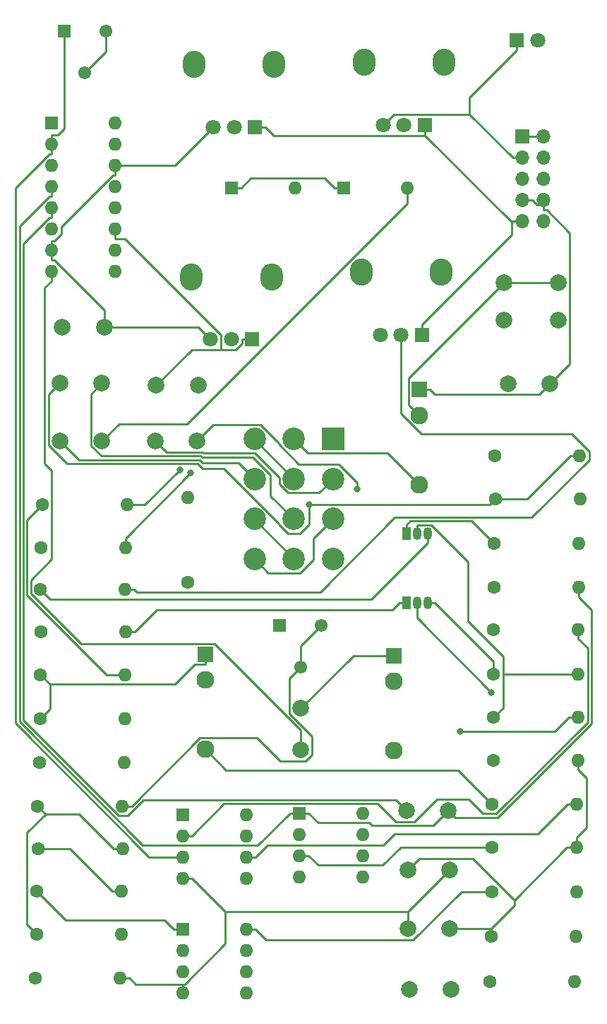
<source format=gbr>
%TF.GenerationSoftware,KiCad,Pcbnew,5.1.7*%
%TF.CreationDate,2020-11-08T18:28:21+01:00*%
%TF.ProjectId,AS3310-ADSR,41533333-3130-42d4-9144-53522e6b6963,rev?*%
%TF.SameCoordinates,Original*%
%TF.FileFunction,Copper,L2,Bot*%
%TF.FilePolarity,Positive*%
%FSLAX46Y46*%
G04 Gerber Fmt 4.6, Leading zero omitted, Abs format (unit mm)*
G04 Created by KiCad (PCBNEW 5.1.7) date 2020-11-08 18:28:21*
%MOMM*%
%LPD*%
G01*
G04 APERTURE LIST*
%TA.AperFunction,ComponentPad*%
%ADD10C,2.130000*%
%TD*%
%TA.AperFunction,ComponentPad*%
%ADD11R,1.930000X1.830000*%
%TD*%
%TA.AperFunction,ComponentPad*%
%ADD12C,2.700000*%
%TD*%
%TA.AperFunction,ComponentPad*%
%ADD13R,2.700000X2.700000*%
%TD*%
%TA.AperFunction,ComponentPad*%
%ADD14C,1.600000*%
%TD*%
%TA.AperFunction,ComponentPad*%
%ADD15O,1.600000X1.600000*%
%TD*%
%TA.AperFunction,ComponentPad*%
%ADD16C,1.800000*%
%TD*%
%TA.AperFunction,ComponentPad*%
%ADD17R,1.800000X1.800000*%
%TD*%
%TA.AperFunction,ComponentPad*%
%ADD18R,1.600000X1.600000*%
%TD*%
%TA.AperFunction,ComponentPad*%
%ADD19C,2.000000*%
%TD*%
%TA.AperFunction,ComponentPad*%
%ADD20C,1.550000*%
%TD*%
%TA.AperFunction,ComponentPad*%
%ADD21R,1.550000X1.550000*%
%TD*%
%TA.AperFunction,ComponentPad*%
%ADD22O,2.720000X3.240000*%
%TD*%
%TA.AperFunction,ComponentPad*%
%ADD23R,1.050000X1.500000*%
%TD*%
%TA.AperFunction,ComponentPad*%
%ADD24O,1.050000X1.500000*%
%TD*%
%TA.AperFunction,ComponentPad*%
%ADD25O,1.700000X1.700000*%
%TD*%
%TA.AperFunction,ComponentPad*%
%ADD26R,1.700000X1.700000*%
%TD*%
%TA.AperFunction,ViaPad*%
%ADD27C,0.800000*%
%TD*%
%TA.AperFunction,Conductor*%
%ADD28C,0.250000*%
%TD*%
G04 APERTURE END LIST*
D10*
%TO.P,J3,T*%
%TO.N,Net-(J3-PadT)*%
X105180000Y-128320000D03*
D11*
%TO.P,J3,S*%
%TO.N,GND*%
X105180000Y-116920000D03*
D10*
%TO.P,J3,TN*%
%TO.N,N/C*%
X105180000Y-120020000D03*
%TD*%
D12*
%TO.P,S1,10*%
%TO.N,N/C*%
X120510000Y-105510000D03*
%TO.P,S1,7*%
%TO.N,/OUT4*%
X120510000Y-100710000D03*
D13*
%TO.P,S1,1*%
%TO.N,/OUT3*%
X120510000Y-91110000D03*
D12*
%TO.P,S1,4*%
%TO.N,/OUT2*%
X120510000Y-95910000D03*
%TO.P,S1,12*%
%TO.N,/OUT4*%
X111110000Y-105510000D03*
%TO.P,S1,9*%
%TO.N,Net-(S1-Pad11)*%
X111110000Y-100710000D03*
%TO.P,S1,3*%
%TO.N,Net-(S1-Pad3)*%
X111110000Y-91110000D03*
%TO.P,S1,6*%
%TO.N,/OUT1*%
X111110000Y-95910000D03*
%TO.P,S1,11*%
%TO.N,Net-(S1-Pad11)*%
X115810000Y-105510000D03*
%TO.P,S1,8*%
%TO.N,/IN2*%
X115810000Y-100710000D03*
%TO.P,S1,2*%
%TO.N,/IN1*%
X115810000Y-91110000D03*
%TO.P,S1,5*%
%TO.N,Net-(S1-Pad3)*%
X115810000Y-95910000D03*
%TD*%
D14*
%TO.P,R26,1*%
%TO.N,Net-(D3-Pad2)*%
X139370000Y-156140000D03*
D15*
%TO.P,R26,2*%
%TO.N,+12V*%
X149530000Y-156140000D03*
%TD*%
D16*
%TO.P,D3,2*%
%TO.N,Net-(D3-Pad2)*%
X145090000Y-43350000D03*
D17*
%TO.P,D3,1*%
%TO.N,GND*%
X142550000Y-43350000D03*
%TD*%
D15*
%TO.P,U4,8*%
%TO.N,N/C*%
X110100000Y-136130000D03*
%TO.P,U4,4*%
%TO.N,-12V*%
X102480000Y-143750000D03*
%TO.P,U4,7*%
%TO.N,+12V*%
X110100000Y-138670000D03*
%TO.P,U4,3*%
%TO.N,/ENVOUT*%
X102480000Y-141210000D03*
%TO.P,U4,6*%
%TO.N,Net-(R18-Pad1)*%
X110100000Y-141210000D03*
%TO.P,U4,2*%
%TO.N,Net-(R16-Pad2)*%
X102480000Y-138670000D03*
%TO.P,U4,5*%
%TO.N,N/C*%
X110100000Y-143750000D03*
D18*
%TO.P,U4,1*%
X102480000Y-136130000D03*
%TD*%
D15*
%TO.P,U3,8*%
%TO.N,N/C*%
X124090000Y-135970000D03*
%TO.P,U3,4*%
X116470000Y-143590000D03*
%TO.P,U3,7*%
X124090000Y-138510000D03*
%TO.P,U3,3*%
%TO.N,/OUT2*%
X116470000Y-141050000D03*
%TO.P,U3,6*%
%TO.N,N/C*%
X124090000Y-141050000D03*
%TO.P,U3,2*%
%TO.N,Net-(C5-Pad1)*%
X116470000Y-138510000D03*
%TO.P,U3,5*%
%TO.N,N/C*%
X124090000Y-143590000D03*
D18*
%TO.P,U3,1*%
%TO.N,/GATE*%
X116470000Y-135970000D03*
%TD*%
D15*
%TO.P,U2,16*%
%TO.N,N/C*%
X94400000Y-53300000D03*
%TO.P,U2,8*%
%TO.N,Net-(C1-Pad1)*%
X86780000Y-71080000D03*
%TO.P,U2,15*%
%TO.N,/ATTACK*%
X94400000Y-55840000D03*
%TO.P,U2,7*%
%TO.N,GND*%
X86780000Y-68540000D03*
%TO.P,U2,14*%
X94400000Y-58380000D03*
%TO.P,U2,6*%
%TO.N,Net-(R12-Pad1)*%
X86780000Y-66000000D03*
%TO.P,U2,13*%
%TO.N,/RELEASE*%
X94400000Y-60920000D03*
%TO.P,U2,5*%
%TO.N,/TRIG*%
X86780000Y-63460000D03*
%TO.P,U2,12*%
%TO.N,/DECAY*%
X94400000Y-63460000D03*
%TO.P,U2,4*%
%TO.N,/GATE*%
X86780000Y-60920000D03*
%TO.P,U2,11*%
%TO.N,+12V*%
X94400000Y-66000000D03*
%TO.P,U2,3*%
%TO.N,N/C*%
X86780000Y-58380000D03*
%TO.P,U2,10*%
%TO.N,/IIN*%
X94400000Y-68540000D03*
%TO.P,U2,2*%
%TO.N,/ENVOUT*%
X86780000Y-55840000D03*
%TO.P,U2,9*%
%TO.N,/SUSTAIN*%
X94400000Y-71080000D03*
D18*
%TO.P,U2,1*%
%TO.N,Net-(C3-Pad1)*%
X86780000Y-53300000D03*
%TD*%
D15*
%TO.P,U1,8*%
%TO.N,+12V*%
X110140000Y-149880000D03*
%TO.P,U1,4*%
%TO.N,-12V*%
X102520000Y-157500000D03*
%TO.P,U1,7*%
%TO.N,N/C*%
X110140000Y-152420000D03*
%TO.P,U1,3*%
%TO.N,Net-(R10-Pad2)*%
X102520000Y-154960000D03*
%TO.P,U1,6*%
%TO.N,N/C*%
X110140000Y-154960000D03*
%TO.P,U1,2*%
%TO.N,/ENVOUT*%
X102520000Y-152420000D03*
%TO.P,U1,5*%
%TO.N,N/C*%
X110140000Y-157500000D03*
D18*
%TO.P,U1,1*%
%TO.N,/OUT4*%
X102520000Y-149880000D03*
%TD*%
D19*
%TO.P,SW2,1*%
%TO.N,Net-(J4-PadTN)*%
X141060000Y-72400000D03*
%TO.P,SW2,2*%
%TO.N,+12V*%
X141060000Y-76900000D03*
%TO.P,SW2,1*%
%TO.N,Net-(J4-PadTN)*%
X147560000Y-72400000D03*
%TO.P,SW2,2*%
%TO.N,+12V*%
X147560000Y-76900000D03*
%TD*%
D20*
%TO.P,RV6,2*%
%TO.N,Net-(R13-Pad2)*%
X90750000Y-47230000D03*
D21*
%TO.P,RV6,1*%
%TO.N,/ENVOUT*%
X88250000Y-42230000D03*
D20*
%TO.P,RV6,3*%
%TO.N,Net-(R13-Pad2)*%
X93250000Y-42230000D03*
%TD*%
%TO.P,RV5,2*%
%TO.N,Net-(R8-Pad2)*%
X116630000Y-118450000D03*
D21*
%TO.P,RV5,1*%
%TO.N,Net-(RV1-Pad2)*%
X114130000Y-113450000D03*
D20*
%TO.P,RV5,3*%
%TO.N,Net-(R8-Pad2)*%
X119130000Y-113450000D03*
%TD*%
D22*
%TO.P,RV4,*%
%TO.N,*%
X133510000Y-71130000D03*
X123910000Y-71130000D03*
D16*
%TO.P,RV4,3*%
%TO.N,GND*%
X126210000Y-78630000D03*
%TO.P,RV4,2*%
%TO.N,Net-(R3-Pad2)*%
X128710000Y-78630000D03*
D17*
%TO.P,RV4,1*%
%TO.N,-12V*%
X131210000Y-78630000D03*
%TD*%
D22*
%TO.P,RV3,*%
%TO.N,*%
X133840000Y-46030000D03*
X124240000Y-46030000D03*
D16*
%TO.P,RV3,3*%
%TO.N,GND*%
X126540000Y-53530000D03*
%TO.P,RV3,2*%
%TO.N,Net-(R2-Pad2)*%
X129040000Y-53530000D03*
D17*
%TO.P,RV3,1*%
%TO.N,-12V*%
X131540000Y-53530000D03*
%TD*%
D22*
%TO.P,RV2,*%
%TO.N,*%
X113470000Y-46250000D03*
X103870000Y-46250000D03*
D16*
%TO.P,RV2,3*%
%TO.N,GND*%
X106170000Y-53750000D03*
%TO.P,RV2,2*%
%TO.N,Net-(R1-Pad2)*%
X108670000Y-53750000D03*
D17*
%TO.P,RV2,1*%
%TO.N,-12V*%
X111170000Y-53750000D03*
%TD*%
D22*
%TO.P,RV1,*%
%TO.N,*%
X113140000Y-71690000D03*
X103540000Y-71690000D03*
D16*
%TO.P,RV1,3*%
%TO.N,GND*%
X105840000Y-79190000D03*
%TO.P,RV1,2*%
%TO.N,Net-(RV1-Pad2)*%
X108340000Y-79190000D03*
D17*
%TO.P,RV1,1*%
%TO.N,+12V*%
X110840000Y-79190000D03*
%TD*%
D14*
%TO.P,R25,1*%
%TO.N,GND*%
X139470000Y-150690000D03*
D15*
%TO.P,R25,2*%
%TO.N,Net-(J4-PadTN)*%
X149630000Y-150690000D03*
%TD*%
D14*
%TO.P,R24,1*%
%TO.N,+12V*%
X139630000Y-145350000D03*
D15*
%TO.P,R24,2*%
%TO.N,/OUT3*%
X149790000Y-145350000D03*
%TD*%
D14*
%TO.P,R23,1*%
%TO.N,/OUT2*%
X139570000Y-140020000D03*
D15*
%TO.P,R23,2*%
%TO.N,GND*%
X149730000Y-140020000D03*
%TD*%
D14*
%TO.P,R22,1*%
%TO.N,Net-(J3-PadT)*%
X139620000Y-134890000D03*
D15*
%TO.P,R22,2*%
%TO.N,Net-(R18-Pad1)*%
X149780000Y-134890000D03*
%TD*%
D14*
%TO.P,R21,1*%
%TO.N,Net-(C6-Pad2)*%
X139780000Y-129630000D03*
D15*
%TO.P,R21,2*%
%TO.N,GND*%
X149940000Y-129630000D03*
%TD*%
D14*
%TO.P,R20,1*%
%TO.N,Net-(Q1-Pad2)*%
X139780000Y-124490000D03*
D15*
%TO.P,R20,2*%
%TO.N,-12V*%
X149940000Y-124490000D03*
%TD*%
D14*
%TO.P,R19,1*%
%TO.N,Net-(C7-Pad2)*%
X139780000Y-119300000D03*
D15*
%TO.P,R19,2*%
%TO.N,Net-(Q1-Pad2)*%
X149940000Y-119300000D03*
%TD*%
D14*
%TO.P,R18,1*%
%TO.N,Net-(R18-Pad1)*%
X139780000Y-113940000D03*
D15*
%TO.P,R18,2*%
%TO.N,Net-(R16-Pad2)*%
X149940000Y-113940000D03*
%TD*%
D14*
%TO.P,R17,1*%
%TO.N,/OUT2*%
X139870000Y-108940000D03*
D15*
%TO.P,R17,2*%
%TO.N,/GATE*%
X150030000Y-108940000D03*
%TD*%
D14*
%TO.P,R16,1*%
%TO.N,GND*%
X139870000Y-103660000D03*
D15*
%TO.P,R16,2*%
%TO.N,Net-(R16-Pad2)*%
X150030000Y-103660000D03*
%TD*%
D14*
%TO.P,R15,1*%
%TO.N,Net-(C5-Pad1)*%
X140000000Y-98310000D03*
D15*
%TO.P,R15,2*%
%TO.N,GND*%
X150160000Y-98310000D03*
%TD*%
D14*
%TO.P,R14,1*%
%TO.N,+12V*%
X139960000Y-93120000D03*
D15*
%TO.P,R14,2*%
%TO.N,Net-(C5-Pad1)*%
X150120000Y-93120000D03*
%TD*%
D14*
%TO.P,R13,1*%
%TO.N,/IIN*%
X103110000Y-108310000D03*
D15*
%TO.P,R13,2*%
%TO.N,Net-(R13-Pad2)*%
X103110000Y-98150000D03*
%TD*%
D14*
%TO.P,R12,1*%
%TO.N,Net-(R12-Pad1)*%
X84830000Y-155750000D03*
D15*
%TO.P,R12,2*%
%TO.N,-12V*%
X94990000Y-155750000D03*
%TD*%
D14*
%TO.P,R11,1*%
%TO.N,/SUSTAIN*%
X85020000Y-150510000D03*
D15*
%TO.P,R11,2*%
%TO.N,GND*%
X95180000Y-150510000D03*
%TD*%
D14*
%TO.P,R10,1*%
%TO.N,/OUT4*%
X85020000Y-145300000D03*
D15*
%TO.P,R10,2*%
%TO.N,Net-(R10-Pad2)*%
X95180000Y-145300000D03*
%TD*%
D14*
%TO.P,R9,1*%
%TO.N,Net-(R10-Pad2)*%
X85150000Y-140210000D03*
D15*
%TO.P,R9,2*%
%TO.N,/SUSTAIN*%
X95310000Y-140210000D03*
%TD*%
D14*
%TO.P,R8,1*%
%TO.N,/SUSTAIN*%
X85090000Y-135110000D03*
D15*
%TO.P,R8,2*%
%TO.N,Net-(R8-Pad2)*%
X95250000Y-135110000D03*
%TD*%
D14*
%TO.P,R7,1*%
%TO.N,GND*%
X85280000Y-129910000D03*
D15*
%TO.P,R7,2*%
%TO.N,/RELEASE*%
X95440000Y-129910000D03*
%TD*%
D14*
%TO.P,R6,1*%
%TO.N,GND*%
X85400000Y-124620000D03*
D15*
%TO.P,R6,2*%
%TO.N,/DECAY*%
X95560000Y-124620000D03*
%TD*%
D14*
%TO.P,R5,1*%
%TO.N,GND*%
X85440000Y-119390000D03*
D15*
%TO.P,R5,2*%
%TO.N,/ATTACK*%
X95600000Y-119390000D03*
%TD*%
D14*
%TO.P,R4,1*%
%TO.N,Net-(R10-Pad2)*%
X85470000Y-114240000D03*
D15*
%TO.P,R4,2*%
%TO.N,+12V*%
X95630000Y-114240000D03*
%TD*%
D14*
%TO.P,R3,1*%
%TO.N,/RELEASE*%
X85400000Y-109180000D03*
D15*
%TO.P,R3,2*%
%TO.N,Net-(R3-Pad2)*%
X95560000Y-109180000D03*
%TD*%
D14*
%TO.P,R2,1*%
%TO.N,/DECAY*%
X85480000Y-104170000D03*
D15*
%TO.P,R2,2*%
%TO.N,Net-(R2-Pad2)*%
X95640000Y-104170000D03*
%TD*%
D14*
%TO.P,R1,1*%
%TO.N,/ATTACK*%
X85630000Y-99020000D03*
D15*
%TO.P,R1,2*%
%TO.N,Net-(R1-Pad2)*%
X95790000Y-99020000D03*
%TD*%
D23*
%TO.P,Q2,1*%
%TO.N,+12V*%
X129350000Y-110750000D03*
D24*
%TO.P,Q2,3*%
%TO.N,Net-(C7-Pad2)*%
X131890000Y-110750000D03*
%TO.P,Q2,2*%
%TO.N,/OUT3*%
X130620000Y-110750000D03*
%TD*%
D23*
%TO.P,Q1,1*%
%TO.N,GND*%
X129350000Y-102490000D03*
D24*
%TO.P,Q1,3*%
%TO.N,/RELEASE*%
X131890000Y-102490000D03*
%TO.P,Q1,2*%
%TO.N,Net-(Q1-Pad2)*%
X130620000Y-102490000D03*
%TD*%
D10*
%TO.P,J4,T*%
%TO.N,/IN1*%
X130880000Y-96610000D03*
D11*
%TO.P,J4,S*%
%TO.N,GND*%
X130880000Y-85210000D03*
D10*
%TO.P,J4,TN*%
%TO.N,Net-(J4-PadTN)*%
X130880000Y-88310000D03*
%TD*%
D25*
%TO.P,J2,10*%
%TO.N,-12V*%
X145810000Y-65070000D03*
%TO.P,J2,9*%
X143270000Y-65070000D03*
%TO.P,J2,8*%
%TO.N,GND*%
X145810000Y-62530000D03*
%TO.P,J2,7*%
X143270000Y-62530000D03*
%TO.P,J2,6*%
X145810000Y-59990000D03*
%TO.P,J2,5*%
X143270000Y-59990000D03*
%TO.P,J2,4*%
X145810000Y-57450000D03*
%TO.P,J2,3*%
X143270000Y-57450000D03*
%TO.P,J2,2*%
%TO.N,+12V*%
X145810000Y-54910000D03*
D26*
%TO.P,J2,1*%
X143270000Y-54910000D03*
%TD*%
D10*
%TO.P,J1,T*%
%TO.N,Net-(C4-Pad1)*%
X127800000Y-128480000D03*
D11*
%TO.P,J1,S*%
%TO.N,GND*%
X127800000Y-117080000D03*
D10*
%TO.P,J1,TN*%
%TO.N,N/C*%
X127800000Y-120180000D03*
%TD*%
D15*
%TO.P,D2,2*%
%TO.N,Net-(C6-Pad2)*%
X129460000Y-61090000D03*
D18*
%TO.P,D2,1*%
%TO.N,/OUT2*%
X121840000Y-61090000D03*
%TD*%
D15*
%TO.P,D1,2*%
%TO.N,GND*%
X115990000Y-61020000D03*
D18*
%TO.P,D1,1*%
%TO.N,/OUT2*%
X108370000Y-61020000D03*
%TD*%
D19*
%TO.P,C11,2*%
%TO.N,+12V*%
X141570000Y-84480000D03*
%TO.P,C11,1*%
%TO.N,GND*%
X146570000Y-84480000D03*
%TD*%
%TO.P,C10,2*%
%TO.N,GND*%
X104330000Y-84690000D03*
%TO.P,C10,1*%
%TO.N,+12V*%
X99330000Y-84690000D03*
%TD*%
%TO.P,C9,2*%
%TO.N,-12V*%
X134540000Y-142730000D03*
%TO.P,C9,1*%
%TO.N,GND*%
X129540000Y-142730000D03*
%TD*%
%TO.P,C8,2*%
%TO.N,GND*%
X134540000Y-149800000D03*
%TO.P,C8,1*%
%TO.N,-12V*%
X129540000Y-149800000D03*
%TD*%
%TO.P,C7,2*%
%TO.N,Net-(C7-Pad2)*%
X104190000Y-91370000D03*
%TO.P,C7,1*%
%TO.N,/OUT2*%
X99190000Y-91370000D03*
%TD*%
%TO.P,C6,2*%
%TO.N,Net-(C6-Pad2)*%
X92810000Y-91370000D03*
%TO.P,C6,1*%
%TO.N,/OUT1*%
X87810000Y-91370000D03*
%TD*%
%TO.P,C5,2*%
%TO.N,/IN2*%
X92810000Y-84430000D03*
%TO.P,C5,1*%
%TO.N,Net-(C5-Pad1)*%
X87810000Y-84430000D03*
%TD*%
%TO.P,C4,2*%
%TO.N,/TRIG*%
X134680000Y-157050000D03*
%TO.P,C4,1*%
%TO.N,Net-(C4-Pad1)*%
X129680000Y-157050000D03*
%TD*%
%TO.P,C3,2*%
%TO.N,GND*%
X93070000Y-77750000D03*
%TO.P,C3,1*%
%TO.N,Net-(C3-Pad1)*%
X88070000Y-77750000D03*
%TD*%
%TO.P,C2,2*%
%TO.N,/GATE*%
X134380000Y-135660000D03*
%TO.P,C2,1*%
%TO.N,/TRIG*%
X129380000Y-135660000D03*
%TD*%
%TO.P,C1,2*%
%TO.N,GND*%
X116660000Y-123380000D03*
%TO.P,C1,1*%
%TO.N,Net-(C1-Pad1)*%
X116660000Y-128380000D03*
%TD*%
D27*
%TO.N,Net-(C5-Pad1)*%
X117626300Y-98995300D03*
%TO.N,Net-(C7-Pad2)*%
X123398100Y-97133900D03*
%TO.N,-12V*%
X135772100Y-126210200D03*
%TO.N,Net-(R1-Pad2)*%
X102145300Y-94808800D03*
%TO.N,Net-(R2-Pad2)*%
X103469400Y-95215300D03*
%TO.N,/OUT3*%
X139545100Y-121475100D03*
%TD*%
D28*
%TO.N,Net-(C1-Pad1)*%
X86780000Y-71080000D02*
X86780000Y-72205300D01*
X116660000Y-128380000D02*
X116660000Y-126014500D01*
X116660000Y-126014500D02*
X106325200Y-115679700D01*
X106325200Y-115679700D02*
X90294900Y-115679700D01*
X90294900Y-115679700D02*
X84274600Y-109659400D01*
X84274600Y-109659400D02*
X84274600Y-108057000D01*
X84274600Y-108057000D02*
X86779100Y-105552500D01*
X86779100Y-105552500D02*
X86779100Y-94917300D01*
X86779100Y-94917300D02*
X85951300Y-94089500D01*
X85951300Y-94089500D02*
X85951300Y-73034000D01*
X85951300Y-73034000D02*
X86780000Y-72205300D01*
%TO.N,GND*%
X86780000Y-68540000D02*
X86780000Y-67414700D01*
X94400000Y-58380000D02*
X94400000Y-59505300D01*
X94400000Y-59505300D02*
X94118600Y-59505300D01*
X94118600Y-59505300D02*
X87905300Y-65718600D01*
X87905300Y-65718600D02*
X87905300Y-66570800D01*
X87905300Y-66570800D02*
X87061400Y-67414700D01*
X87061400Y-67414700D02*
X86780000Y-67414700D01*
X106170000Y-53750000D02*
X101540000Y-58380000D01*
X101540000Y-58380000D02*
X94400000Y-58380000D01*
X86575300Y-120525300D02*
X85440000Y-119390000D01*
X105180000Y-118160300D02*
X103939700Y-118160300D01*
X103939700Y-118160300D02*
X101574700Y-120525300D01*
X101574700Y-120525300D02*
X86575300Y-120525300D01*
X86575300Y-120525300D02*
X86575300Y-123444700D01*
X86575300Y-123444700D02*
X85400000Y-124620000D01*
X105180000Y-116920000D02*
X105180000Y-118160300D01*
X116660000Y-123380000D02*
X122960000Y-117080000D01*
X122960000Y-117080000D02*
X127800000Y-117080000D01*
X143270000Y-62530000D02*
X144445300Y-62530000D01*
X145810000Y-63117600D02*
X145032900Y-63117600D01*
X145032900Y-63117600D02*
X144445300Y-62530000D01*
X145810000Y-63117600D02*
X145810000Y-63705300D01*
X145810000Y-62530000D02*
X145810000Y-63117600D01*
X146570000Y-84480000D02*
X148919900Y-82130100D01*
X148919900Y-82130100D02*
X148919900Y-66447900D01*
X148919900Y-66447900D02*
X146177300Y-63705300D01*
X146177300Y-63705300D02*
X145810000Y-63705300D01*
X132170300Y-85210000D02*
X132766900Y-85806600D01*
X132766900Y-85806600D02*
X145243400Y-85806600D01*
X145243400Y-85806600D02*
X146570000Y-84480000D01*
X130880000Y-85210000D02*
X132170300Y-85210000D01*
X139870000Y-103660000D02*
X137174400Y-100964400D01*
X137174400Y-100964400D02*
X129800300Y-100964400D01*
X129800300Y-100964400D02*
X129350000Y-101414700D01*
X142550000Y-43350000D02*
X142550000Y-44575300D01*
X136920200Y-52275500D02*
X142094700Y-57450000D01*
X126540000Y-53530000D02*
X127794500Y-52275500D01*
X127794500Y-52275500D02*
X136920200Y-52275500D01*
X136920200Y-52275500D02*
X136920200Y-50205100D01*
X136920200Y-50205100D02*
X142550000Y-44575300D01*
X143270000Y-57450000D02*
X142094700Y-57450000D01*
X149730000Y-140020000D02*
X149730000Y-138894700D01*
X149940000Y-129630000D02*
X149940000Y-130755300D01*
X149940000Y-130755300D02*
X150907000Y-131722300D01*
X150907000Y-131722300D02*
X150907000Y-137717700D01*
X150907000Y-137717700D02*
X149730000Y-138894700D01*
X142260100Y-146364600D02*
X137283600Y-141388100D01*
X137283600Y-141388100D02*
X130881900Y-141388100D01*
X130881900Y-141388100D02*
X129540000Y-142730000D01*
X139470000Y-149800000D02*
X142260100Y-147009900D01*
X142260100Y-147009900D02*
X142260100Y-146364600D01*
X148604700Y-140020000D02*
X142260100Y-146364600D01*
X149730000Y-140020000D02*
X148604700Y-140020000D01*
X139470000Y-149800000D02*
X139470000Y-150690000D01*
X134540000Y-149800000D02*
X139470000Y-149800000D01*
X129350000Y-102490000D02*
X129350000Y-101414700D01*
X93070000Y-77750000D02*
X93070000Y-75674000D01*
X93070000Y-75674000D02*
X87061300Y-69665300D01*
X87061300Y-69665300D02*
X86780000Y-69665300D01*
X86780000Y-68540000D02*
X86780000Y-69665300D01*
X105840000Y-79190000D02*
X104400000Y-77750000D01*
X104400000Y-77750000D02*
X93070000Y-77750000D01*
%TO.N,/GATE*%
X86780000Y-62045300D02*
X86498700Y-62045300D01*
X86498700Y-62045300D02*
X82907700Y-65636300D01*
X82907700Y-65636300D02*
X82907700Y-125017400D01*
X82907700Y-125017400D02*
X97690100Y-139799800D01*
X97690100Y-139799800D02*
X111514900Y-139799800D01*
X111514900Y-139799800D02*
X115344700Y-135970000D01*
X116470000Y-135970000D02*
X117595300Y-135970000D01*
X117595300Y-135970000D02*
X118720600Y-137095300D01*
X118720600Y-137095300D02*
X124874300Y-137095300D01*
X124874300Y-137095300D02*
X125230900Y-137451900D01*
X125230900Y-137451900D02*
X132588100Y-137451900D01*
X132588100Y-137451900D02*
X134380000Y-135660000D01*
X115907400Y-135970000D02*
X116470000Y-135970000D01*
X134380000Y-135660000D02*
X135200300Y-136480300D01*
X135200300Y-136480300D02*
X140280100Y-136480300D01*
X140280100Y-136480300D02*
X151537000Y-125223400D01*
X151537000Y-125223400D02*
X151537000Y-111572300D01*
X151537000Y-111572300D02*
X150030000Y-110065300D01*
X115907400Y-135970000D02*
X115344700Y-135970000D01*
X86780000Y-60920000D02*
X86780000Y-62045300D01*
X150030000Y-108940000D02*
X150030000Y-110065300D01*
%TO.N,/TRIG*%
X86780000Y-64585300D02*
X86498700Y-64585300D01*
X86498700Y-64585300D02*
X83364700Y-67719300D01*
X83364700Y-67719300D02*
X83364700Y-124837500D01*
X83364700Y-124837500D02*
X94774100Y-136246900D01*
X94774100Y-136246900D02*
X95913300Y-136246900D01*
X95913300Y-136246900D02*
X97793100Y-134367100D01*
X97793100Y-134367100D02*
X128087100Y-134367100D01*
X128087100Y-134367100D02*
X129380000Y-135660000D01*
X86780000Y-63460000D02*
X86780000Y-64585300D01*
%TO.N,Net-(C5-Pad1)*%
X117626300Y-98995300D02*
X117626300Y-101332800D01*
X117626300Y-101332800D02*
X116536000Y-102423100D01*
X116536000Y-102423100D02*
X115117100Y-102423100D01*
X115117100Y-102423100D02*
X114041600Y-101347600D01*
X114041600Y-101347600D02*
X114041600Y-101237900D01*
X114041600Y-101237900D02*
X107451300Y-94647600D01*
X107451300Y-94647600D02*
X104856300Y-94647600D01*
X104856300Y-94647600D02*
X104292200Y-94083500D01*
X104292200Y-94083500D02*
X88600800Y-94083500D01*
X88600800Y-94083500D02*
X86433500Y-91916200D01*
X86433500Y-91916200D02*
X86433500Y-85806500D01*
X86433500Y-85806500D02*
X87810000Y-84430000D01*
X140000000Y-98310000D02*
X143804700Y-98310000D01*
X143804700Y-98310000D02*
X148994700Y-93120000D01*
X117626300Y-98995300D02*
X139314700Y-98995300D01*
X139314700Y-98995300D02*
X140000000Y-98310000D01*
X150120000Y-93120000D02*
X148994700Y-93120000D01*
%TO.N,Net-(C6-Pad2)*%
X92810000Y-91370000D02*
X94869800Y-89310200D01*
X94869800Y-89310200D02*
X103047900Y-89310200D01*
X103047900Y-89310200D02*
X129460000Y-62898100D01*
X129460000Y-62898100D02*
X129460000Y-62215300D01*
X129460000Y-61090000D02*
X129460000Y-62215300D01*
%TO.N,Net-(C7-Pad2)*%
X139780000Y-119300000D02*
X139780000Y-117789700D01*
X139780000Y-117789700D02*
X132740300Y-110750000D01*
X104190000Y-91370000D02*
X106125400Y-89434600D01*
X106125400Y-89434600D02*
X111814700Y-89434600D01*
X111814700Y-89434600D02*
X113993900Y-91613800D01*
X113993900Y-91613800D02*
X113993900Y-91724500D01*
X113993900Y-91724500D02*
X116429300Y-94159900D01*
X116429300Y-94159900D02*
X121194700Y-94159900D01*
X121194700Y-94159900D02*
X123398100Y-96363300D01*
X123398100Y-96363300D02*
X123398100Y-97133900D01*
X131890000Y-110750000D02*
X132740300Y-110750000D01*
%TO.N,-12V*%
X141928100Y-65143400D02*
X131540000Y-54755300D01*
X131210000Y-77404700D02*
X141928100Y-66686600D01*
X141928100Y-66686600D02*
X141928100Y-65143400D01*
X141928100Y-65143400D02*
X142021300Y-65143400D01*
X142021300Y-65143400D02*
X142094700Y-65070000D01*
X143270000Y-65070000D02*
X142094700Y-65070000D01*
X131210000Y-78630000D02*
X131210000Y-77404700D01*
X111170000Y-53750000D02*
X112395300Y-53750000D01*
X112395300Y-53750000D02*
X113400600Y-54755300D01*
X113400600Y-54755300D02*
X131540000Y-54755300D01*
X131540000Y-53530000D02*
X131540000Y-54755300D01*
X94990000Y-155750000D02*
X96115300Y-155750000D01*
X102520000Y-156445600D02*
X96810900Y-156445600D01*
X96810900Y-156445600D02*
X96115300Y-155750000D01*
X107585300Y-147730000D02*
X107585300Y-151590700D01*
X107585300Y-151590700D02*
X102730400Y-156445600D01*
X102730400Y-156445600D02*
X102520000Y-156445600D01*
X102520000Y-157500000D02*
X102520000Y-156445600D01*
X107585300Y-147730000D02*
X103605300Y-143750000D01*
X129540000Y-147730000D02*
X107585300Y-147730000D01*
X129540000Y-147730000D02*
X129540000Y-149800000D01*
X134540000Y-142730000D02*
X129540000Y-147730000D01*
X102480000Y-143750000D02*
X103605300Y-143750000D01*
X149940000Y-124490000D02*
X148814700Y-124490000D01*
X148814700Y-124490000D02*
X147094500Y-126210200D01*
X147094500Y-126210200D02*
X135772100Y-126210200D01*
%TO.N,+12V*%
X94400000Y-66000000D02*
X94400000Y-67125300D01*
X107090000Y-80415300D02*
X107090000Y-78690000D01*
X107090000Y-78690000D02*
X95525300Y-67125300D01*
X95525300Y-67125300D02*
X94400000Y-67125300D01*
X107090000Y-80415300D02*
X108849000Y-80415300D01*
X108849000Y-80415300D02*
X109614700Y-79649600D01*
X109614700Y-79649600D02*
X109614700Y-79190000D01*
X99330000Y-84690000D02*
X103604700Y-80415300D01*
X103604700Y-80415300D02*
X107090000Y-80415300D01*
X110840000Y-79190000D02*
X109614700Y-79190000D01*
X129350000Y-110750000D02*
X128499700Y-110750000D01*
X95630000Y-114240000D02*
X96755300Y-114240000D01*
X96755300Y-114240000D02*
X99395000Y-111600300D01*
X99395000Y-111600300D02*
X127649400Y-111600300D01*
X127649400Y-111600300D02*
X128499700Y-110750000D01*
X145810000Y-54910000D02*
X143270000Y-54910000D01*
X110140000Y-149880000D02*
X111265300Y-149880000D01*
X111265300Y-149880000D02*
X112523800Y-151138500D01*
X112523800Y-151138500D02*
X130140700Y-151138500D01*
X130140700Y-151138500D02*
X135929200Y-145350000D01*
X135929200Y-145350000D02*
X139630000Y-145350000D01*
%TO.N,Net-(J3-PadT)*%
X139620000Y-134890000D02*
X135565600Y-130835600D01*
X135565600Y-130835600D02*
X107695600Y-130835600D01*
X107695600Y-130835600D02*
X105180000Y-128320000D01*
%TO.N,Net-(J4-PadTN)*%
X147560000Y-72400000D02*
X141060000Y-72400000D01*
X130880000Y-88310000D02*
X129589600Y-87019600D01*
X129589600Y-87019600D02*
X129589600Y-83870400D01*
X129589600Y-83870400D02*
X141060000Y-72400000D01*
%TO.N,Net-(Q1-Pad2)*%
X130620000Y-102490000D02*
X130620000Y-101414700D01*
X140933800Y-119300000D02*
X140933800Y-117162000D01*
X140933800Y-117162000D02*
X136709300Y-112937500D01*
X136709300Y-112937500D02*
X136709300Y-105834000D01*
X136709300Y-105834000D02*
X132290000Y-101414700D01*
X132290000Y-101414700D02*
X130620000Y-101414700D01*
X140933800Y-119300000D02*
X140933800Y-123336200D01*
X140933800Y-123336200D02*
X139780000Y-124490000D01*
X140933800Y-119300000D02*
X148814700Y-119300000D01*
X149940000Y-119300000D02*
X148814700Y-119300000D01*
%TO.N,/RELEASE*%
X131890000Y-102490000D02*
X131890000Y-103565300D01*
X131890000Y-103565300D02*
X125123600Y-110331700D01*
X125123600Y-110331700D02*
X86551700Y-110331700D01*
X86551700Y-110331700D02*
X85400000Y-109180000D01*
%TO.N,/ATTACK*%
X85630000Y-99020000D02*
X83815100Y-100834900D01*
X83815100Y-100834900D02*
X83815100Y-109836800D01*
X83815100Y-109836800D02*
X93368300Y-119390000D01*
X93368300Y-119390000D02*
X95600000Y-119390000D01*
%TO.N,Net-(R1-Pad2)*%
X95790000Y-99020000D02*
X97934100Y-99020000D01*
X97934100Y-99020000D02*
X102145300Y-94808800D01*
%TO.N,Net-(R2-Pad2)*%
X95640000Y-103044700D02*
X103469400Y-95215300D01*
X95640000Y-104170000D02*
X95640000Y-103044700D01*
%TO.N,Net-(R3-Pad2)*%
X96685300Y-109180000D02*
X96972400Y-109467100D01*
X96972400Y-109467100D02*
X118990100Y-109467100D01*
X118990100Y-109467100D02*
X127943100Y-100514100D01*
X127943100Y-100514100D02*
X144363200Y-100514100D01*
X144363200Y-100514100D02*
X151257900Y-93619400D01*
X151257900Y-93619400D02*
X151257900Y-92663600D01*
X151257900Y-92663600D02*
X149125300Y-90531000D01*
X149125300Y-90531000D02*
X131134500Y-90531000D01*
X131134500Y-90531000D02*
X128710000Y-88106500D01*
X128710000Y-88106500D02*
X128710000Y-78630000D01*
X95560000Y-109180000D02*
X96685300Y-109180000D01*
%TO.N,Net-(R10-Pad2)*%
X95180000Y-145300000D02*
X94054700Y-145300000D01*
X85150000Y-140210000D02*
X88964700Y-140210000D01*
X88964700Y-140210000D02*
X94054700Y-145300000D01*
%TO.N,Net-(R8-Pad2)*%
X95250000Y-135110000D02*
X96375300Y-135110000D01*
X96375300Y-135110000D02*
X104561300Y-126924000D01*
X104561300Y-126924000D02*
X111378500Y-126924000D01*
X111378500Y-126924000D02*
X114209400Y-129754900D01*
X114209400Y-129754900D02*
X117237300Y-129754900D01*
X117237300Y-129754900D02*
X118008400Y-128983800D01*
X118008400Y-128983800D02*
X118008400Y-126726000D01*
X118008400Y-126726000D02*
X115294900Y-124012500D01*
X115294900Y-124012500D02*
X115294900Y-119785100D01*
X115294900Y-119785100D02*
X116630000Y-118450000D01*
X119130000Y-113450000D02*
X116630000Y-115950000D01*
X116630000Y-115950000D02*
X116630000Y-118450000D01*
%TO.N,/SUSTAIN*%
X86061800Y-136081800D02*
X83829600Y-138314000D01*
X83829600Y-138314000D02*
X83829600Y-149319600D01*
X83829600Y-149319600D02*
X85020000Y-150510000D01*
X94184700Y-140210000D02*
X90056500Y-136081800D01*
X90056500Y-136081800D02*
X86061800Y-136081800D01*
X85090000Y-135110000D02*
X86061800Y-136081800D01*
X95310000Y-140210000D02*
X94184700Y-140210000D01*
%TO.N,Net-(R13-Pad2)*%
X93250000Y-42230000D02*
X93250000Y-44730000D01*
X93250000Y-44730000D02*
X90750000Y-47230000D01*
%TO.N,Net-(R16-Pad2)*%
X103605300Y-138670000D02*
X107430700Y-134844600D01*
X107430700Y-134844600D02*
X125911700Y-134844600D01*
X125911700Y-134844600D02*
X128053100Y-136986000D01*
X128053100Y-136986000D02*
X130298500Y-136986000D01*
X130298500Y-136986000D02*
X132949900Y-134334600D01*
X132949900Y-134334600D02*
X136777900Y-134334600D01*
X136777900Y-134334600D02*
X138473200Y-136029900D01*
X138473200Y-136029900D02*
X140093600Y-136029900D01*
X140093600Y-136029900D02*
X151086600Y-125036900D01*
X151086600Y-125036900D02*
X151086600Y-116211900D01*
X151086600Y-116211900D02*
X149940000Y-115065300D01*
X102480000Y-138670000D02*
X103605300Y-138670000D01*
X149940000Y-113940000D02*
X149940000Y-115065300D01*
%TO.N,Net-(R18-Pad1)*%
X111225300Y-141210000D02*
X112639900Y-139795400D01*
X112639900Y-139795400D02*
X126541000Y-139795400D01*
X126541000Y-139795400D02*
X127890200Y-138446200D01*
X127890200Y-138446200D02*
X145098500Y-138446200D01*
X145098500Y-138446200D02*
X148654700Y-134890000D01*
X110100000Y-141210000D02*
X111225300Y-141210000D01*
X149780000Y-134890000D02*
X148654700Y-134890000D01*
%TO.N,/ENVOUT*%
X86780000Y-56965300D02*
X86498700Y-56965300D01*
X86498700Y-56965300D02*
X82436600Y-61027400D01*
X82436600Y-61027400D02*
X82436600Y-125183200D01*
X82436600Y-125183200D02*
X98463400Y-141210000D01*
X98463400Y-141210000D02*
X102480000Y-141210000D01*
X86780000Y-55840000D02*
X86780000Y-54714700D01*
X88250000Y-42230000D02*
X88250000Y-53948000D01*
X88250000Y-53948000D02*
X87483300Y-54714700D01*
X87483300Y-54714700D02*
X86780000Y-54714700D01*
X86780000Y-55840000D02*
X86780000Y-56965300D01*
%TO.N,/IN2*%
X115810000Y-100710000D02*
X113042300Y-97942300D01*
X113042300Y-97942300D02*
X113042300Y-95456800D01*
X113042300Y-95456800D02*
X110882100Y-93296600D01*
X110882100Y-93296600D02*
X104817700Y-93296600D01*
X104817700Y-93296600D02*
X104700700Y-93179600D01*
X104700700Y-93179600D02*
X92739700Y-93179600D01*
X92739700Y-93179600D02*
X91483400Y-91923300D01*
X91483400Y-91923300D02*
X91483400Y-85756600D01*
X91483400Y-85756600D02*
X92810000Y-84430000D01*
%TO.N,/OUT1*%
X87810000Y-91370000D02*
X90069900Y-93629900D01*
X90069900Y-93629900D02*
X104514000Y-93629900D01*
X104514000Y-93629900D02*
X104856300Y-93972200D01*
X104856300Y-93972200D02*
X109172200Y-93972200D01*
X109172200Y-93972200D02*
X111110000Y-95910000D01*
%TO.N,/OUT2*%
X120510000Y-95910000D02*
X118834600Y-97585400D01*
X118834600Y-97585400D02*
X115114700Y-97585400D01*
X115114700Y-97585400D02*
X114068200Y-96538900D01*
X114068200Y-96538900D02*
X114068200Y-95770500D01*
X114068200Y-95770500D02*
X111143900Y-92846200D01*
X111143900Y-92846200D02*
X105004200Y-92846200D01*
X105004200Y-92846200D02*
X104887300Y-92729300D01*
X104887300Y-92729300D02*
X100549300Y-92729300D01*
X100549300Y-92729300D02*
X99190000Y-91370000D01*
X108370000Y-61020000D02*
X109495300Y-61020000D01*
X121840000Y-61090000D02*
X120714700Y-61090000D01*
X120714700Y-61090000D02*
X119519400Y-59894700D01*
X119519400Y-59894700D02*
X110620600Y-59894700D01*
X110620600Y-59894700D02*
X109495300Y-61020000D01*
X116470000Y-141050000D02*
X117595300Y-141050000D01*
X139570000Y-140020000D02*
X128647400Y-140020000D01*
X128647400Y-140020000D02*
X126492100Y-142175300D01*
X126492100Y-142175300D02*
X118720600Y-142175300D01*
X118720600Y-142175300D02*
X117595300Y-141050000D01*
%TO.N,/IN1*%
X130880000Y-96610000D02*
X127055400Y-92785400D01*
X127055400Y-92785400D02*
X117485400Y-92785400D01*
X117485400Y-92785400D02*
X115810000Y-91110000D01*
%TO.N,/OUT3*%
X130620000Y-110750000D02*
X130620000Y-112550000D01*
X130620000Y-112550000D02*
X139545100Y-121475100D01*
%TO.N,/OUT4*%
X102520000Y-149880000D02*
X101394700Y-149880000D01*
X85020000Y-145300000D02*
X88474700Y-148754700D01*
X88474700Y-148754700D02*
X100269400Y-148754700D01*
X100269400Y-148754700D02*
X101394700Y-149880000D01*
X111110000Y-105510000D02*
X112791400Y-107191400D01*
X112791400Y-107191400D02*
X116553700Y-107191400D01*
X116553700Y-107191400D02*
X118160000Y-105585100D01*
X118160000Y-105585100D02*
X118160000Y-103060000D01*
X118160000Y-103060000D02*
X120510000Y-100710000D01*
%TO.N,Net-(S1-Pad11)*%
X115810000Y-105510000D02*
X111110000Y-100810000D01*
X111110000Y-100810000D02*
X111110000Y-100710000D01*
%TO.N,Net-(S1-Pad3)*%
X115810000Y-95910000D02*
X111110000Y-91210000D01*
X111110000Y-91210000D02*
X111110000Y-91110000D01*
%TD*%
M02*

</source>
